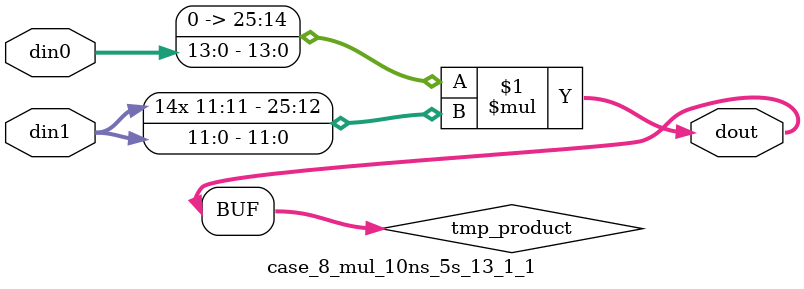
<source format=v>

`timescale 1 ns / 1 ps

 (* use_dsp = "no" *)  module case_8_mul_10ns_5s_13_1_1(din0, din1, dout);
parameter ID = 1;
parameter NUM_STAGE = 0;
parameter din0_WIDTH = 14;
parameter din1_WIDTH = 12;
parameter dout_WIDTH = 26;

input [din0_WIDTH - 1 : 0] din0; 
input [din1_WIDTH - 1 : 0] din1; 
output [dout_WIDTH - 1 : 0] dout;

wire signed [dout_WIDTH - 1 : 0] tmp_product;

























assign tmp_product = $signed({1'b0, din0}) * $signed(din1);










assign dout = tmp_product;





















endmodule

</source>
